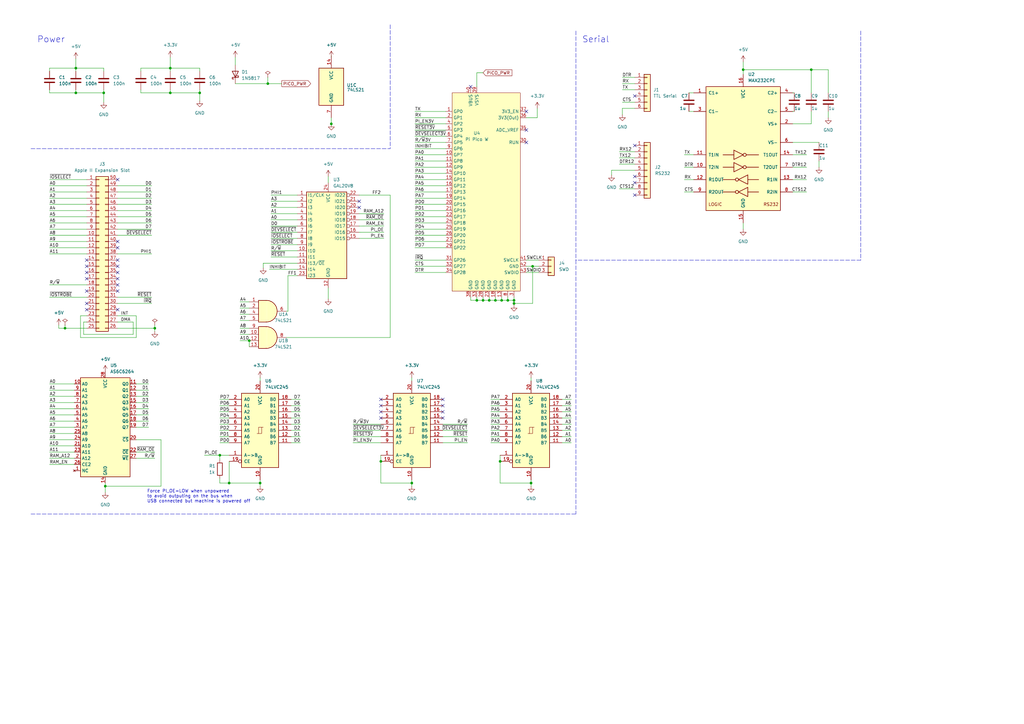
<source format=kicad_sch>
(kicad_sch (version 20211123) (generator eeschema)
  (paper "A3")
  (title_block (title "Pie Crust W") (date "2022-11-16") (rev "1.2") (company "Yaroslav Veremenko"))
  (junction (at 69.85 27.94))
  (junction (at 31.115 38.1))
  (junction (at 332.74 28.575))
  (junction (at 200.66 123.19))
  (junction (at 31.115 27.94))
  (junction (at 135.89 50.8))
  (junction (at 63.5 134.62))
  (junction (at 205.74 123.19))
  (junction (at 168.91 198.12))
  (junction (at 90.17 186.69))
  (junction (at 210.82 124.46))
  (junction (at 195.58 123.19))
  (junction (at 218.44 109.22))
  (junction (at 156.21 189.23))
  (junction (at 109.855 34.29))
  (junction (at 26.67 134.62))
  (junction (at 43.18 199.39))
  (junction (at 106.68 198.12))
  (junction (at 203.2 123.19))
  (junction (at 198.12 123.19))
  (junction (at 93.98 198.12))
  (junction (at 81.915 38.1))
  (junction (at 210.82 123.19))
  (junction (at 42.545 38.1))
  (junction (at 217.805 198.12))
  (junction (at 304.8 28.575))
  (junction (at 208.28 123.19))
  (junction (at 205.105 189.23))
  (junction (at 102.235 139.7))
  (junction (at 69.85 38.1))
  (no_connect (at 215.9 45.72))
  (no_connect (at 215.9 53.34))
  (no_connect (at 215.9 58.42))
  (no_connect (at 181.61 166.37))
  (no_connect (at 181.61 168.91))
  (no_connect (at 181.61 171.45))
  (no_connect (at 260.35 59.69))
  (no_connect (at 260.35 72.39))
  (no_connect (at 260.35 80.01))
  (no_connect (at 260.35 74.93))
  (no_connect (at 147.3385 82.5688))
  (no_connect (at 147.3385 85.1088))
  (no_connect (at 260.35 39.37))
  (no_connect (at 193.04 35.56))
  (no_connect (at 48.26 73.66))
  (no_connect (at 48.26 127))
  (no_connect (at 35.56 119.38))
  (no_connect (at 35.56 124.46))
  (no_connect (at 35.56 127))
  (no_connect (at 35.56 106.68))
  (no_connect (at 35.56 109.22))
  (no_connect (at 35.56 114.3))
  (no_connect (at 35.56 111.76))
  (no_connect (at 48.26 99.06))
  (no_connect (at 48.26 111.76))
  (no_connect (at 48.26 109.22))
  (no_connect (at 48.26 106.68))
  (no_connect (at 48.26 101.6))
  (no_connect (at 48.26 116.84))
  (no_connect (at 48.26 119.38))
  (no_connect (at 48.26 114.3))
  (no_connect (at 181.61 163.83))
  (no_connect (at 156.21 163.83))
  (no_connect (at 156.21 166.37))
  (no_connect (at 156.21 171.45))
  (no_connect (at 156.21 168.91))
  (wire (pts (xy 111.125 105.41) (xy 121.92 105.41)))
  (wire (pts (xy 63.5 133.35) (xy 63.5 134.62)))
  (wire (pts (xy 111.125 87.63) (xy 121.92 87.63)))
  (wire (pts (xy 42.545 38.1) (xy 42.545 36.83)))
  (wire (pts (xy 255.27 41.91) (xy 260.35 41.91)))
  (wire (pts (xy 170.18 83.82) (xy 182.88 83.82)))
  (wire (pts (xy 255.27 31.75) (xy 260.35 31.75)))
  (wire (pts (xy 69.85 38.1) (xy 81.915 38.1)))
  (wire (pts (xy 147.32 95.25) (xy 157.4615 95.2312)))
  (wire (pts (xy 332.74 28.575) (xy 339.725 28.575)))
  (wire (pts (xy 280.67 78.74) (xy 284.48 78.74)))
  (wire (pts (xy 254 77.47) (xy 260.35 77.47)))
  (wire (pts (xy 48.26 93.98) (xy 62.23 93.98)))
  (wire (pts (xy 106.68 154.94) (xy 106.68 156.21)))
  (wire (pts (xy 170.18 99.06) (xy 182.88 99.06)))
  (wire (pts (xy 210.82 124.46) (xy 218.44 124.46)))
  (wire (pts (xy 20.32 116.84) (xy 35.56 116.84)))
  (wire (pts (xy 205.74 121.92) (xy 205.74 123.19)))
  (wire (pts (xy 20.32 99.06) (xy 35.56 99.06)))
  (wire (pts (xy 111.125 102.87) (xy 121.92 102.87)))
  (wire (pts (xy 102.235 139.7) (xy 102.235 142.24)))
  (wire (pts (xy 90.17 166.37) (xy 93.98 166.37)))
  (wire (pts (xy 57.785 27.94) (xy 57.785 29.21)))
  (wire (pts (xy 48.26 104.14) (xy 62.23 104.14)))
  (wire (pts (xy 20.32 73.66) (xy 35.56 73.66)))
  (wire (pts (xy 48.26 124.46) (xy 62.23 124.46)))
  (wire (pts (xy 109.855 34.29) (xy 115.57 34.29)))
  (wire (pts (xy 220.345 48.26) (xy 220.345 44.45)))
  (wire (pts (xy 208.28 121.92) (xy 208.28 123.19)))
  (wire (pts (xy 48.26 86.36) (xy 62.23 86.36)))
  (wire (pts (xy 90.17 168.91) (xy 93.98 168.91)))
  (wire (pts (xy 31.115 38.1) (xy 42.545 38.1)))
  (wire (pts (xy 134.6015 72.3712) (xy 134.62 74.93)))
  (wire (pts (xy 57.785 38.1) (xy 69.85 38.1)))
  (wire (pts (xy 20.32 27.94) (xy 31.115 27.94)))
  (wire (pts (xy 63.5 135.89) (xy 63.5 134.62)))
  (wire (pts (xy 280.67 63.5) (xy 284.48 63.5)))
  (wire (pts (xy 111.125 95.25) (xy 121.92 95.25)))
  (polyline (pts (xy 12.7 60.96) (xy 160.02 60.96)))
  (wire (pts (xy 339.725 28.575) (xy 339.725 38.1)))
  (wire (pts (xy 147.3385 85.1088) (xy 147.32 85.09)))
  (wire (pts (xy 66.04 199.39) (xy 43.18 199.39)))
  (wire (pts (xy 57.785 38.1) (xy 57.785 36.83)))
  (wire (pts (xy 170.18 50.8) (xy 182.88 50.8)))
  (wire (pts (xy 35.56 132.08) (xy 34.29 132.08)))
  (wire (pts (xy 55.88 187.96) (xy 63.5 187.96)))
  (wire (pts (xy 20.32 172.72) (xy 30.48 172.72)))
  (wire (pts (xy 147.3385 82.5688) (xy 147.32 82.55)))
  (wire (pts (xy 205.105 189.23) (xy 205.105 198.12)))
  (wire (pts (xy 20.32 160.02) (xy 30.48 160.02)))
  (wire (pts (xy 48.26 88.9) (xy 62.23 88.9)))
  (wire (pts (xy 218.44 109.22) (xy 220.98 109.22)))
  (wire (pts (xy 20.32 91.44) (xy 35.56 91.44)))
  (wire (pts (xy 304.8 25.4) (xy 304.8 28.575)))
  (wire (pts (xy 34.29 137.16) (xy 54.61 137.16)))
  (wire (pts (xy 144.78 173.99) (xy 156.21 173.99)))
  (wire (pts (xy 203.2 123.19) (xy 205.74 123.19)))
  (wire (pts (xy 96.52 23.495) (xy 96.52 26.67)))
  (wire (pts (xy 210.82 123.19) (xy 210.82 124.46)))
  (wire (pts (xy 111.125 85.09) (xy 121.92 85.09)))
  (wire (pts (xy 26.67 134.62) (xy 35.56 134.62)))
  (polyline (pts (xy 160.02 10.16) (xy 160.02 60.96)))
  (wire (pts (xy 43.18 199.39) (xy 43.18 201.93)))
  (wire (pts (xy 26.67 133.35) (xy 26.67 134.62)))
  (wire (pts (xy 121.92 113.03) (xy 118.11 113.03)))
  (wire (pts (xy 230.505 168.91) (xy 234.315 168.91)))
  (wire (pts (xy 254 67.31) (xy 260.35 67.31)))
  (wire (pts (xy 20.32 81.28) (xy 35.56 81.28)))
  (wire (pts (xy 20.32 38.1) (xy 20.32 36.83)))
  (wire (pts (xy 90.17 198.12) (xy 93.98 198.12)))
  (wire (pts (xy 332.74 28.575) (xy 332.74 38.1)))
  (wire (pts (xy 230.505 179.07) (xy 234.315 179.07)))
  (wire (pts (xy 98.425 137.16) (xy 102.235 137.16)))
  (wire (pts (xy 20.32 157.48) (xy 30.48 157.48)))
  (wire (pts (xy 208.28 123.19) (xy 210.82 123.19)))
  (wire (pts (xy 255.27 44.45) (xy 255.27 46.99)))
  (wire (pts (xy 33.02 138.43) (xy 33.02 129.54)))
  (wire (pts (xy 215.9 111.76) (xy 220.98 111.76)))
  (wire (pts (xy 134.62 118.11) (xy 134.62 122.555)))
  (wire (pts (xy 81.915 41.275) (xy 81.915 38.1)))
  (wire (pts (xy 20.32 76.2) (xy 35.56 76.2)))
  (wire (pts (xy 119.38 168.91) (xy 123.19 168.91)))
  (wire (pts (xy 98.425 123.825) (xy 102.235 123.825)))
  (wire (pts (xy 20.32 27.94) (xy 20.32 29.21)))
  (wire (pts (xy 90.17 196.215) (xy 90.17 198.12)))
  (wire (pts (xy 170.18 106.68) (xy 182.88 106.68)))
  (wire (pts (xy 98.425 128.905) (xy 102.235 128.905)))
  (wire (pts (xy 144.78 181.61) (xy 156.21 181.61)))
  (wire (pts (xy 55.88 185.42) (xy 63.5 185.42)))
  (wire (pts (xy 217.805 154.94) (xy 217.805 156.21)))
  (wire (pts (xy 215.9 48.26) (xy 220.345 48.26)))
  (wire (pts (xy 20.32 165.1) (xy 30.48 165.1)))
  (wire (pts (xy 280.67 68.58) (xy 284.48 68.58)))
  (wire (pts (xy 83.82 186.69) (xy 90.17 186.69)))
  (wire (pts (xy 33.02 129.54) (xy 35.56 129.54)))
  (wire (pts (xy 48.26 132.08) (xy 54.61 132.08)))
  (wire (pts (xy 55.88 172.72) (xy 60.96 172.72)))
  (wire (pts (xy 170.18 88.9) (xy 182.88 88.9)))
  (wire (pts (xy 201.295 179.07) (xy 205.105 179.07)))
  (wire (pts (xy 144.78 176.53) (xy 156.21 176.53)))
  (wire (pts (xy 48.26 78.74) (xy 62.23 78.74)))
  (wire (pts (xy 20.32 185.42) (xy 30.48 185.42)))
  (polyline (pts (xy 353.06 12.7) (xy 353.06 106.68)))
  (wire (pts (xy 325.12 63.5) (xy 330.835 63.5)))
  (wire (pts (xy 170.18 53.34) (xy 182.88 53.34)))
  (wire (pts (xy 170.18 48.26) (xy 182.88 48.26)))
  (wire (pts (xy 156.21 186.69) (xy 156.21 189.23)))
  (wire (pts (xy 170.18 96.52) (xy 182.88 96.52)))
  (wire (pts (xy 31.115 24.13) (xy 31.115 27.94)))
  (wire (pts (xy 111.125 80.01) (xy 121.92 80.01)))
  (wire (pts (xy 198.12 121.92) (xy 198.12 123.19)))
  (wire (pts (xy 325.12 73.66) (xy 330.835 73.66)))
  (wire (pts (xy 119.38 176.53) (xy 123.19 176.53)))
  (polyline (pts (xy 353.06 106.68) (xy 236.22 106.68)))
  (wire (pts (xy 48.26 96.52) (xy 62.23 96.52)))
  (wire (pts (xy 20.32 180.34) (xy 30.48 180.34)))
  (wire (pts (xy 69.85 27.94) (xy 81.915 27.94)))
  (wire (pts (xy 200.66 123.19) (xy 203.2 123.19)))
  (wire (pts (xy 93.98 189.23) (xy 93.98 198.12)))
  (wire (pts (xy 201.295 176.53) (xy 205.105 176.53)))
  (wire (pts (xy 55.88 175.26) (xy 60.96 175.26)))
  (wire (pts (xy 325.12 50.8) (xy 332.74 50.8)))
  (wire (pts (xy 147.32 97.79) (xy 157.4615 97.7712)))
  (wire (pts (xy 42.545 27.94) (xy 42.545 29.21)))
  (wire (pts (xy 181.61 179.07) (xy 191.77 179.07)))
  (wire (pts (xy 20.32 38.1) (xy 31.115 38.1)))
  (wire (pts (xy 69.85 23.495) (xy 69.85 27.94)))
  (wire (pts (xy 147.32 80.01) (xy 160.02 80.01)))
  (wire (pts (xy 260.35 69.85) (xy 250.825 69.85)))
  (wire (pts (xy 48.26 83.82) (xy 62.23 83.82)))
  (wire (pts (xy 20.32 175.26) (xy 30.48 175.26)))
  (wire (pts (xy 325.755 45.72) (xy 325.12 45.72)))
  (wire (pts (xy 81.915 38.1) (xy 81.915 36.83)))
  (wire (pts (xy 215.9 109.22) (xy 218.44 109.22)))
  (wire (pts (xy 230.505 163.83) (xy 234.315 163.83)))
  (wire (pts (xy 325.12 58.42) (xy 335.915 58.42)))
  (wire (pts (xy 230.505 171.45) (xy 234.315 171.45)))
  (wire (pts (xy 170.18 91.44) (xy 182.88 91.44)))
  (wire (pts (xy 20.32 96.52) (xy 35.56 96.52)))
  (wire (pts (xy 201.295 181.61) (xy 205.105 181.61)))
  (polyline (pts (xy 236.22 12.7) (xy 236.22 106.68)))
  (wire (pts (xy 55.88 162.56) (xy 60.96 162.56)))
  (wire (pts (xy 170.18 76.2) (xy 182.88 76.2)))
  (wire (pts (xy 106.68 198.12) (xy 106.68 196.85)))
  (wire (pts (xy 255.27 44.45) (xy 260.35 44.45)))
  (wire (pts (xy 55.88 180.34) (xy 66.04 180.34)))
  (wire (pts (xy 111.125 97.79) (xy 121.92 97.79)))
  (wire (pts (xy 110.49 110.49) (xy 121.92 110.49)))
  (wire (pts (xy 280.67 73.66) (xy 284.48 73.66)))
  (wire (pts (xy 20.32 104.14) (xy 35.56 104.14)))
  (wire (pts (xy 325.755 38.1) (xy 325.12 38.1)))
  (wire (pts (xy 210.82 123.19) (xy 210.82 121.92)))
  (wire (pts (xy 230.505 173.99) (xy 234.315 173.99)))
  (wire (pts (xy 20.32 170.18) (xy 30.48 170.18)))
  (wire (pts (xy 181.61 173.99) (xy 191.77 173.99)))
  (wire (pts (xy 69.85 27.94) (xy 69.85 29.21)))
  (wire (pts (xy 20.32 190.5) (xy 30.48 190.5)))
  (wire (pts (xy 147.32 92.71) (xy 157.4615 92.6912)))
  (wire (pts (xy 201.295 168.91) (xy 205.105 168.91)))
  (wire (pts (xy 195.58 29.845) (xy 195.58 35.56)))
  (wire (pts (xy 135.89 50.8) (xy 135.89 51.435)))
  (wire (pts (xy 282.575 45.72) (xy 284.48 45.72)))
  (wire (pts (xy 34.29 132.08) (xy 34.29 137.16)))
  (wire (pts (xy 20.32 177.8) (xy 30.48 177.8)))
  (polyline (pts (xy 12.7 210.82) (xy 236.22 210.82)))
  (wire (pts (xy 90.17 163.83) (xy 93.98 163.83)))
  (wire (pts (xy 48.26 81.28) (xy 62.23 81.28)))
  (wire (pts (xy 168.91 154.94) (xy 168.91 156.21)))
  (wire (pts (xy 31.115 27.94) (xy 31.115 29.21)))
  (wire (pts (xy 335.915 66.04) (xy 335.915 68.58)))
  (wire (pts (xy 254 62.23) (xy 260.35 62.23)))
  (wire (pts (xy 181.61 176.53) (xy 191.77 176.53)))
  (wire (pts (xy 119.38 179.07) (xy 123.19 179.07)))
  (wire (pts (xy 147.32 87.63) (xy 157.4615 87.6112)))
  (wire (pts (xy 170.18 81.28) (xy 182.88 81.28)))
  (wire (pts (xy 195.58 123.19) (xy 198.12 123.19)))
  (wire (pts (xy 24.13 133.35) (xy 24.13 134.62)))
  (wire (pts (xy 215.9 106.68) (xy 220.98 106.68)))
  (wire (pts (xy 24.13 134.62) (xy 26.67 134.62)))
  (wire (pts (xy 90.17 173.99) (xy 93.98 173.99)))
  (wire (pts (xy 282.575 38.1) (xy 284.48 38.1)))
  (wire (pts (xy 119.38 173.99) (xy 123.19 173.99)))
  (wire (pts (xy 48.26 91.44) (xy 62.23 91.44)))
  (wire (pts (xy 255.27 34.29) (xy 260.35 34.29)))
  (wire (pts (xy 205.74 123.19) (xy 208.28 123.19)))
  (wire (pts (xy 170.18 111.76) (xy 182.88 111.76)))
  (wire (pts (xy 198.12 123.19) (xy 200.66 123.19)))
  (wire (pts (xy 217.805 199.39) (xy 217.805 198.12)))
  (wire (pts (xy 57.785 27.94) (xy 69.85 27.94)))
  (wire (pts (xy 218.44 124.46) (xy 218.44 109.22)))
  (wire (pts (xy 230.505 176.53) (xy 234.315 176.53)))
  (wire (pts (xy 201.295 166.37) (xy 205.105 166.37)))
  (wire (pts (xy 170.18 63.5) (xy 182.88 63.5)))
  (wire (pts (xy 20.32 83.82) (xy 35.56 83.82)))
  (wire (pts (xy 55.88 138.43) (xy 33.02 138.43)))
  (wire (pts (xy 119.38 163.83) (xy 123.19 163.83)))
  (wire (pts (xy 55.88 165.1) (xy 60.96 165.1)))
  (wire (pts (xy 168.91 198.12) (xy 168.91 199.39)))
  (wire (pts (xy 54.61 137.16) (xy 54.61 132.08)))
  (wire (pts (xy 144.78 179.07) (xy 156.21 179.07)))
  (wire (pts (xy 230.505 181.61) (xy 234.315 181.61)))
  (wire (pts (xy 119.38 171.45) (xy 123.19 171.45)))
  (wire (pts (xy 93.98 198.12) (xy 106.68 198.12)))
  (wire (pts (xy 200.66 121.92) (xy 200.66 123.19)))
  (wire (pts (xy 20.32 86.36) (xy 35.56 86.36)))
  (wire (pts (xy 119.38 166.37) (xy 123.19 166.37)))
  (wire (pts (xy 111.125 92.71) (xy 121.92 92.71)))
  (wire (pts (xy 55.88 167.64) (xy 60.96 167.64)))
  (wire (pts (xy 156.21 189.23) (xy 156.21 198.12)))
  (wire (pts (xy 98.425 139.7) (xy 102.235 139.7)))
  (wire (pts (xy 156.21 198.12) (xy 168.91 198.12)))
  (wire (pts (xy 90.17 179.07) (xy 93.98 179.07)))
  (wire (pts (xy 255.27 36.83) (xy 260.35 36.83)))
  (wire (pts (xy 170.18 45.72) (xy 182.88 45.72)))
  (wire (pts (xy 325.12 78.74) (xy 330.835 78.74)))
  (wire (pts (xy 111.125 82.55) (xy 121.92 82.55)))
  (wire (pts (xy 90.17 186.69) (xy 93.98 186.69)))
  (wire (pts (xy 170.18 73.66) (xy 182.88 73.66)))
  (wire (pts (xy 81.915 27.94) (xy 81.915 29.21)))
  (wire (pts (xy 170.18 93.98) (xy 182.88 93.98)))
  (wire (pts (xy 98.425 134.62) (xy 102.235 134.62)))
  (wire (pts (xy 118.11 113.03) (xy 118.11 127.635)))
  (wire (pts (xy 168.91 198.12) (xy 168.91 196.85)))
  (wire (pts (xy 205.105 198.12) (xy 217.805 198.12)))
  (wire (pts (xy 55.88 129.54) (xy 55.88 138.43)))
  (wire (pts (xy 48.26 121.92) (xy 62.23 121.92)))
  (wire (pts (xy 55.88 170.18) (xy 60.96 170.18)))
  (wire (pts (xy 170.18 78.74) (xy 182.88 78.74)))
  (wire (pts (xy 48.26 76.2) (xy 62.23 76.2)))
  (wire (pts (xy 119.38 181.61) (xy 123.19 181.61)))
  (wire (pts (xy 20.32 88.9) (xy 35.56 88.9)))
  (wire (pts (xy 135.89 48.26) (xy 135.89 50.8)))
  (wire (pts (xy 201.295 171.45) (xy 205.105 171.45)))
  (wire (pts (xy 90.17 181.61) (xy 93.98 181.61)))
  (wire (pts (xy 31.115 38.1) (xy 31.115 36.83)))
  (wire (pts (xy 170.18 109.22) (xy 182.88 109.22)))
  (wire (pts (xy 230.505 166.37) (xy 234.315 166.37)))
  (wire (pts (xy 160.02 138.43) (xy 117.475 138.43)))
  (wire (pts (xy 63.5 134.62) (xy 48.26 134.62)))
  (wire (pts (xy 160.02 80.01) (xy 160.02 138.43)))
  (wire (pts (xy 195.58 121.92) (xy 195.58 123.19)))
  (wire (pts (xy 201.295 163.83) (xy 205.105 163.83)))
  (wire (pts (xy 325.12 68.58) (xy 330.835 68.58)))
  (wire (pts (xy 170.18 71.12) (xy 182.88 71.12)))
  (wire (pts (xy 304.8 28.575) (xy 304.8 30.48)))
  (wire (pts (xy 304.8 91.44) (xy 304.8 93.98)))
  (wire (pts (xy 31.115 27.94) (xy 42.545 27.94)))
  (wire (pts (xy 193.04 121.92) (xy 193.04 123.19)))
  (wire (pts (xy 109.855 34.29) (xy 96.52 34.29)))
  (wire (pts (xy 117.475 127.635) (xy 118.11 127.635)))
  (wire (pts (xy 90.17 186.69) (xy 90.17 188.595)))
  (wire (pts (xy 20.32 93.98) (xy 35.56 93.98)))
  (wire (pts (xy 42.545 38.1) (xy 42.545 41.91)))
  (wire (pts (xy 90.17 176.53) (xy 93.98 176.53)))
  (wire (pts (xy 109.855 31.75) (xy 109.855 34.29)))
  (wire (pts (xy 107.95 107.95) (xy 107.95 109.855)))
  (wire (pts (xy 55.88 160.02) (xy 60.96 160.02)))
  (wire (pts (xy 48.26 129.54) (xy 55.88 129.54)))
  (wire (pts (xy 193.04 123.19) (xy 195.58 123.19)))
  (wire (pts (xy 217.805 198.12) (xy 217.805 196.85)))
  (wire (pts (xy 170.18 101.6) (xy 182.88 101.6)))
  (polyline (pts (xy 231.14 106.68) (xy 231.14 106.68)))
  (wire (pts (xy 20.32 167.64) (xy 30.48 167.64)))
  (wire (pts (xy 170.18 68.58) (xy 182.88 68.58)))
  (wire (pts (xy 170.18 66.04) (xy 182.88 66.04)))
  (wire (pts (xy 170.18 86.36) (xy 182.88 86.36)))
  (wire (pts (xy 332.74 28.575) (xy 304.8 28.575)))
  (wire (pts (xy 111.125 90.17) (xy 121.92 90.17)))
  (wire (pts (xy 98.425 131.445) (xy 102.235 131.445)))
  (wire (pts (xy 147.32 90.17) (xy 157.4615 90.1512)))
  (wire (pts (xy 20.32 182.88) (xy 30.48 182.88)))
  (wire (pts (xy 170.18 55.88) (xy 182.88 55.88)))
  (wire (pts (xy 170.18 60.96) (xy 182.88 60.96)))
  (wire (pts (xy 20.32 78.74) (xy 35.56 78.74)))
  (wire (pts (xy 254 64.77) (xy 260.35 64.77)))
  (wire (pts (xy 20.32 162.56) (xy 30.48 162.56)))
  (wire (pts (xy 210.82 125.095) (xy 210.82 124.46)))
  (wire (pts (xy 135.89 23.495) (xy 135.89 22.86)))
  (wire (pts (xy 250.825 69.85) (xy 250.825 71.755)))
  (wire (pts (xy 55.88 157.48) (xy 60.96 157.48)))
  (wire (pts (xy 20.32 187.96) (xy 30.48 187.96)))
  (wire (pts (xy 106.68 198.12) (xy 106.68 199.39)))
  (wire (pts (xy 90.17 171.45) (xy 93.98 171.45)))
  (wire (pts (xy 170.18 58.42) (xy 182.88 58.42)))
  (wire (pts (xy 198.12 29.845) (xy 195.58 29.845)))
  (wire (pts (xy 201.295 173.99) (xy 205.105 173.99)))
  (polyline (pts (xy 236.22 106.68) (xy 236.22 210.82)))
  (wire (pts (xy 205.105 186.69) (xy 205.105 189.23)))
  (wire (pts (xy 20.32 121.92) (xy 35.56 121.92)))
  (wire (pts (xy 69.85 38.1) (xy 69.85 36.83)))
  (wire (pts (xy 98.425 126.365) (xy 102.235 126.365)))
  (wire (pts (xy 43.18 198.12) (xy 43.18 199.39)))
  (wire (pts (xy 339.725 45.72) (xy 339.725 48.26)))
  (wire (pts (xy 332.74 50.8) (xy 332.74 45.72)))
  (wire (pts (xy 20.32 101.6) (xy 35.56 101.6)))
  (wire (pts (xy 121.92 107.95) (xy 107.95 107.95)))
  (wire (pts (xy 181.61 181.61) (xy 191.77 181.61)))
  (wire (pts (xy 66.04 180.34) (xy 66.04 199.39)))
  (wire (pts (xy 203.2 121.92) (xy 203.2 123.19)))
  (wire (pts (xy 111.125 100.33) (xy 121.92 100.33)))
  (text "Power" (at 15.24 17.78 0) (effects (font (size 2.54 2.54)) (justify left bottom)))
  (text "Force PI_OE=LOW when unpowered\nto avoid outputing on the bus when\nUSB connected but machine is powered off" (at 60.325 206.375 0) (effects (font (size 1.27 1.27)) (justify left bottom)))
  (text "Serial\n" (at 238.76 17.78 0) (effects (font (size 2.54 2.54)) (justify left bottom)))
  (label "~{IRQ}" (at 170.18 106.68 0))
  (label "PD7" (at 170.18 101.6 0))
  (label "A9" (at 20.32 99.06 0))
  (label "PD1" (at 170.18 86.36 0))
  (label "FF1" (at 118.11 113.03 0))
  (label "D5" (at 62.23 88.9 180))
  (label "PI_OE" (at 83.82 186.69 0))
  (label "PA2" (at 170.18 68.58 0))
  (label "A7" (at 20.32 93.98 0))
  (label "CTS" (at 280.67 78.74 0))
  (label "D4" (at 60.96 167.64 180))
  (label "A8" (at 20.32 96.52 0))
  (label "A8" (at 20.32 177.8 0))
  (label "A0" (at 234.315 181.61 180))
  (label "RX12" (at 254 62.23 0))
  (label "CTS12" (at 254 77.47 0))
  (label "CTS" (at 255.27 41.91 0))
  (label "A5" (at 98.425 126.365 0))
  (label "PD2" (at 170.18 88.9 0))
  (label "A3" (at 234.315 173.99 180))
  (label "RX" (at 255.27 34.29 0))
  (label "PA7" (at 170.18 81.28 0))
  (label "D3" (at 123.19 173.99 180))
  (label "D7" (at 60.96 175.26 180))
  (label "A11" (at 20.32 185.42 0))
  (label "TX" (at 170.18 45.72 0))
  (label "PD1" (at 90.17 179.07 0))
  (label "PA4" (at 170.18 73.66 0))
  (label "PHI1" (at 62.23 104.14 180))
  (label "TX" (at 280.67 63.5 0))
  (label "PD6" (at 170.18 99.06 0))
  (label "PA0" (at 170.18 63.5 0))
  (label "PA4" (at 201.295 171.45 0))
  (label "~{RESET3V}" (at 144.78 179.07 0))
  (label "RX12" (at 330.835 73.66 180))
  (label "~{RAM_OE}" (at 157.4615 90.1512 180))
  (label "~{DEVSELECT}" (at 111.125 95.25 0))
  (label "PD3" (at 90.17 173.99 0))
  (label "A7" (at 234.315 163.83 180))
  (label "D2" (at 123.19 176.53 180))
  (label "DMA" (at 49.53 132.08 0))
  (label "~{DEVSELECT}" (at 191.77 176.53 180))
  (label "DTR12" (at 330.835 68.58 180))
  (label "PA6" (at 170.18 78.74 0))
  (label "R{slash}~{W}" (at 191.77 173.99 180))
  (label "PD0" (at 170.18 83.82 0))
  (label "A0" (at 111.125 90.17 0))
  (label "A1" (at 111.125 87.63 0))
  (label "A10" (at 20.32 182.88 0))
  (label "~{RESET}" (at 191.77 179.07 180))
  (label "D7" (at 62.23 93.98 180))
  (label "PA3" (at 201.295 173.99 0))
  (label "~{IOSTROBE}" (at 111.125 100.33 0))
  (label "A6" (at 20.32 172.72 0))
  (label "A7" (at 20.32 175.26 0))
  (label "D5" (at 123.19 168.91 180))
  (label "~{DEVSELECT}" (at 62.23 96.52 180))
  (label "CTS" (at 170.18 109.22 0))
  (label "DTR" (at 255.27 31.75 0))
  (label "PD4" (at 170.18 93.98 0))
  (label "A4" (at 234.315 171.45 180))
  (label "PI_EN" (at 157.4615 97.7712 180))
  (label "A2" (at 20.32 81.28 0))
  (label "A9" (at 98.425 137.16 0))
  (label "A10" (at 20.32 101.6 0))
  (label "D2" (at 62.23 81.28 180))
  (label "A4" (at 20.32 86.36 0))
  (label "PA5" (at 170.18 76.2 0))
  (label "A3" (at 20.32 165.1 0))
  (label "PI_EN" (at 191.77 181.61 180))
  (label "FF2" (at 156.21 80.01 180))
  (label "A1" (at 234.315 179.07 180))
  (label "A6" (at 234.315 166.37 180))
  (label "D1" (at 62.23 78.74 180))
  (label "D2" (at 60.96 162.56 180))
  (label "RX" (at 170.18 48.26 0))
  (label "TX12" (at 254 64.77 0))
  (label "A10" (at 98.425 139.7 0))
  (label "D7" (at 123.19 163.83 180))
  (label "RX" (at 280.67 73.66 0))
  (label "~{IOSTROBE}" (at 20.32 121.92 0))
  (label "A2" (at 234.315 176.53 180))
  (label "~{RESET3V}" (at 170.18 53.34 0))
  (label "D0" (at 62.23 76.2 180))
  (label "~{DEVSELECT3V}" (at 170.18 55.88 0))
  (label "D6" (at 123.19 166.37 180))
  (label "D4" (at 123.19 171.45 180))
  (label "D0" (at 111.125 92.71 0))
  (label "TX12" (at 330.835 63.5 180))
  (label "D3" (at 62.23 83.82 180))
  (label "CTS12" (at 330.835 78.74 180))
  (label "PD2" (at 90.17 176.53 0))
  (label "D4" (at 62.23 86.36 180))
  (label "~{IOSELECT}" (at 20.32 73.66 0))
  (label "A7" (at 98.425 131.445 0))
  (label "PA3" (at 170.18 71.12 0))
  (label "PD5" (at 170.18 96.52 0))
  (label "PHI1" (at 111.125 80.01 0))
  (label "PA1" (at 170.18 66.04 0))
  (label "INT" (at 49.53 129.54 0))
  (label "D3" (at 60.96 165.1 180))
  (label "R{slash}~{W}3V" (at 170.18 58.42 0))
  (label "A3" (at 20.32 83.82 0))
  (label "D0" (at 60.96 157.48 180))
  (label "PI_EN3V" (at 144.78 181.61 0))
  (label "PD3" (at 170.18 91.44 0))
  (label "DTR12" (at 254 67.31 0))
  (label "A2" (at 20.32 162.56 0))
  (label "PD7" (at 90.17 163.83 0))
  (label "PI_EN3V" (at 170.18 50.8 0))
  (label "INHIBIT" (at 170.18 60.96 0))
  (label "DTR" (at 170.18 111.76 0))
  (label "A1" (at 20.32 78.74 0))
  (label "PA1" (at 201.295 179.07 0))
  (label "A11" (at 20.32 104.14 0))
  (label "PA2" (at 201.295 176.53 0))
  (label "D6" (at 60.96 172.72 180))
  (label "A6" (at 20.32 91.44 0))
  (label "A0" (at 20.32 157.48 0))
  (label "R{slash}~{W}" (at 63.5 187.96 180))
  (label "PI_OE" (at 157.4615 95.2312 180))
  (label "A0" (at 20.32 76.2 0))
  (label "TX" (at 255.27 36.83 0))
  (label "PA0" (at 201.295 181.61 0))
  (label "PD5" (at 90.17 168.91 0))
  (label "PA6" (at 201.295 166.37 0))
  (label "PD6" (at 90.17 166.37 0))
  (label "PA7" (at 201.295 163.83 0))
  (label "~{RAM_OE}" (at 63.5 185.42 180))
  (label "DTR" (at 280.67 68.58 0))
  (label "A5" (at 234.315 168.91 180))
  (label "A1" (at 20.32 160.02 0))
  (label "D1" (at 60.96 160.02 180))
  (label "D6" (at 62.23 91.44 180))
  (label "~{RESET}" (at 111.125 105.41 0))
  (label "INHIBIT" (at 110.49 110.49 0))
  (label "R{slash}~{W}" (at 111.125 102.87 0))
  (label "D1" (at 123.19 179.07 180))
  (label "A5" (at 20.32 170.18 0))
  (label "RAM_A12" (at 20.32 187.96 0))
  (label "RAM_EN" (at 20.32 190.5 0))
  (label "SWDIO" (at 215.9 111.76 0))
  (label "A9" (at 20.32 180.34 0))
  (label "D5" (at 60.96 170.18 180))
  (label "A3" (at 111.125 82.55 0))
  (label "RAM_A12" (at 157.4615 87.6112 180))
  (label "R{slash}~{W}3V" (at 144.78 173.99 0))
  (label "~{IOSELECT}" (at 111.125 97.79 0))
  (label "A2" (at 111.125 85.09 0))
  (label "~{RESET}" (at 62.23 121.92 180))
  (label "RAM_EN" (at 157.4615 92.6912 180))
  (label "~{IRQ}" (at 62.23 124.46 180))
  (label "A4" (at 98.425 123.825 0))
  (label "A4" (at 20.32 167.64 0))
  (label "PA5" (at 201.295 168.91 0))
  (label "R{slash}~{W}" (at 20.32 116.84 0))
  (label "A6" (at 98.425 128.905 0))
  (label "~{DEVSELECT3V}" (at 144.78 176.53 0))
  (label "PD0" (at 90.17 181.61 0))
  (label "PD4" (at 90.17 171.45 0))
  (label "D0" (at 123.19 181.61 180))
  (label "A5" (at 20.32 88.9 0))
  (label "A8" (at 98.425 134.62 0))
  (label "SWCLK" (at 215.9 106.68 0))
  (global_label "PICO_PWR" (shape output) (at 115.57 34.29 0) (property "Intersheet References" "${INTERSHEET_REFS}" (effects hide)))
  (global_label "PICO_PWR" (shape input) (at 198.12 29.845 0) (property "Intersheet References" "${INTERSHEET_REFS}" (effects hide)))
  (symbol (lib_id "power:+3.3V") (at 69.85 23.495 0) (unit 1)
    (property "Reference" "#PWR01" (effects hide))
    (property "Value" "+3.3V" (at 69.85 18.415 0))
  )
  (symbol (lib_id "Connector_Generic:Conn_01x09") (at 265.43 69.85 0) (unit 1)
    (property "Reference" "J2" (at 268.605 68.5799 0) (effects (justify left)))
    (property "Value" "RS232" (at 268.605 71.1199 0) (effects (justify left)))
    (property "Footprint" "yaros:PinHeader_2x05_RS232" (effects hide))
  )
  (symbol (lib_id "power:GND") (at 42.545 41.91 0) (unit 1)
    (property "Reference" "#PWR07" (effects hide))
    (property "Value" "GND" (at 42.545 46.99 0))
  )
  (symbol (lib_id "74xx:74LS21") (at 135.89 35.56 0) (unit 3)
    (property "Reference" "U1" (at 142.24 34.9249 0) (effects (justify left)))
    (property "Value" "74LS21" (at 142.24 36.8299 0) (effects (justify left)))
    (property "Footprint" "Package_DIP:DIP-14_W7.62mm_Socket" (effects hide))
    (property "Datasheet" "http://www.ti.com/lit/gpn/sn74LS21" (effects hide))
  )
  (symbol (lib_id "power:+5V") (at 135.89 23.495 0) (unit 1)
    (property "Reference" "#PWR03" (effects hide))
    (property "Value" "+5V" (at 135.89 18.415 0))
  )
  (symbol (lib_id "Connector_Generic:Conn_02x25_Counter_Clockwise") (at 40.64 104.14 0) (unit 1)
    (property "Reference" "J3" (at 41.91 67.31 0))
    (property "Value" "Apple II Expansion Slot" (at 41.91 69.85 0))
    (property "Footprint" "yaros:Apple II Expansion Edge Connector" (effects hide))
  )
  (symbol (lib_id "power:+5V") (at 304.8 25.4 0) (unit 1)
    (property "Reference" "#PWR05" (effects hide))
    (property "Value" "+5V" (at 304.8 20.32 0))
  )
  (symbol (lib_id "power:GND") (at 339.725 48.26 0) (unit 1)
    (property "Reference" "#PWR0101" (effects hide))
    (property "Value" "GND" (at 339.725 53.34 0))
  )
  (symbol (lib_id "74xx:74LS245") (at 217.805 176.53 0) (unit 1)
    (property "Reference" "U8" (at 219.8244 156.21 0) (effects (justify left)))
    (property "Value" "74LVC245" (at 219.8244 158.75 0) (effects (justify left)))
    (property "Footprint" "Package_DIP:DIP-20_W7.62mm_Socket" (effects hide))
    (property "Datasheet" "http://www.ti.com/lit/gpn/sn74LS245" (effects hide))
  )
  (symbol (lib_id "Device:C") (at 31.115 33.02 0) (unit 1)
    (property "Reference" "C2" (at 34.925 31.7499 0) (effects (justify left)))
    (property "Value" "100n" (at 34.925 34.2899 0) (effects (justify left)))
    (property "Footprint" "Capacitor_THT:C_Disc_D4.3mm_W1.9mm_P5.00mm" (effects hide))
  )
  (symbol (lib_id "Device:C") (at 42.545 33.02 0) (unit 1)
    (property "Reference" "C3" (at 46.355 31.7499 0) (effects (justify left)))
    (property "Value" "100n" (at 46.355 34.2899 0) (effects (justify left)))
    (property "Footprint" "Capacitor_THT:C_Disc_D4.3mm_W1.9mm_P5.00mm" (effects hide))
  )
  (symbol (lib_id "Device:C") (at 20.32 33.02 0) (unit 1)
    (property "Reference" "C1" (at 24.13 31.7499 0) (effects (justify left)))
    (property "Value" "100n" (at 24.13 34.2899 0) (effects (justify left)))
    (property "Footprint" "Capacitor_THT:C_Disc_D4.3mm_W1.9mm_P5.00mm" (effects hide))
  )
  (symbol (lib_id "power:+3.3V") (at 220.345 44.45 0) (unit 1)
    (property "Reference" "#PWR08" (effects hide))
    (property "Value" "+3.3V" (at 220.345 39.37 0))
  )
  (symbol (lib_id "power:PWR_FLAG") (at 26.67 133.35 0) (mirror y) (unit 1)
    (property "Reference" "#FLG02" (effects hide))
    (property "Value" "PWR_FLAG" (effects hide))
  )
  (symbol (lib_id "power:GND") (at 304.8 93.98 0) (unit 1)
    (property "Reference" "#PWR013" (effects hide))
    (property "Value" "GND" (at 304.8 99.06 0))
  )
  (symbol (lib_id "Diode:1N5817") (at 96.52 30.48 90) (unit 1)
    (property "Reference" "D1" (at 99.06 29.5274 90) (effects (justify right)))
    (property "Value" "1N5817" (at 99.06 32.0674 90) (effects (justify right)))
    (property "Footprint" "Diode_THT:D_DO-41_SOD81_P10.16mm_Horizontal" (effects hide))
    (property "Datasheet" "http://www.vishay.com/docs/88525/1n5817.pdf" (effects hide))
  )
  (symbol (lib_id "power:+5V") (at 134.6015 72.3712 0) (unit 1)
    (property "Reference" "#PWR011" (effects hide))
    (property "Value" "+5V" (at 134.6015 67.2912 0))
  )
  (symbol (lib_id "power:GND") (at 255.27 46.99 0) (unit 1)
    (property "Reference" "#PWR010" (effects hide))
    (property "Value" "GND" (at 255.27 52.07 0))
  )
  (symbol (lib_id "74xx:74LS245") (at 106.68 176.53 0) (unit 1)
    (property "Reference" "U6" (at 108.6994 156.21 0) (effects (justify left)))
    (property "Value" "74LVC245" (at 108.6994 158.75 0) (effects (justify left)))
    (property "Footprint" "Package_DIP:DIP-20_W7.62mm_Socket" (effects hide))
    (property "Datasheet" "http://www.ti.com/lit/gpn/sn74LS245" (effects hide))
  )
  (symbol (lib_id "power:PWR_FLAG") (at 63.5 133.35 0) (unit 1)
    (property "Reference" "#FLG03" (effects hide))
    (property "Value" "PWR_FLAG" (effects hide))
  )
  (symbol (lib_id "Device:C") (at 339.725 41.91 0) (unit 1)
    (property "Reference" "C10" (at 339.725 39.37 0) (effects (justify left)))
    (property "Value" "1u" (at 339.725 44.45 0) (effects (justify left)))
    (property "Footprint" "Capacitor_THT:C_Disc_D4.3mm_W1.9mm_P5.00mm" (effects hide))
  )
  (symbol (lib_id "power:GND") (at 106.68 199.39 0) (unit 1)
    (property "Reference" "#PWR022" (effects hide))
    (property "Value" "GND" (at 106.68 204.47 0))
  )
  (symbol (lib_id "power:GND") (at 217.805 199.39 0) (unit 1)
    (property "Reference" "#PWR024" (effects hide))
    (property "Value" "GND" (at 217.805 204.47 0))
  )
  (symbol (lib_id "power:GND") (at 81.915 41.275 0) (unit 1)
    (property "Reference" "#PWR06" (effects hide))
    (property "Value" "GND" (at 81.915 46.355 0))
  )
  (symbol (lib_id "power:GND") (at 168.91 199.39 0) (unit 1)
    (property "Reference" "#PWR023" (effects hide))
    (property "Value" "GND" (at 168.91 204.47 0))
  )
  (symbol (lib_id "power:GND") (at 43.18 201.93 0) (unit 1)
    (property "Reference" "#PWR025" (effects hide))
    (property "Value" "GND" (at 43.18 207.01 0))
  )
  (symbol (lib_id "power:+5V") (at 43.18 152.4 0) (unit 1)
    (property "Reference" "#PWR018" (effects hide))
    (property "Value" "+5V" (at 43.18 147.32 0))
  )
  (symbol (lib_id "power:+5V") (at 96.52 23.495 0) (unit 1)
    (property "Reference" "#PWR02" (effects hide))
    (property "Value" "+5V" (at 96.52 18.415 0))
  )
  (symbol (lib_id "power:GND") (at 135.89 50.8 0) (unit 1)
    (property "Reference" "#PWR09" (effects hide))
    (property "Value" "GND" (at 135.89 55.88 0))
  )
  (symbol (lib_id "power:+3.3V") (at 106.68 154.94 0) (unit 1)
    (property "Reference" "#PWR019" (effects hide))
    (property "Value" "+3.3V" (at 106.68 149.86 0))
  )
  (symbol (lib_id "Device:C") (at 57.785 33.02 0) (unit 1)
    (property "Reference" "C4" (at 61.595 31.7499 0) (effects (justify left)))
    (property "Value" "100n" (at 61.595 34.2899 0) (effects (justify left)))
    (property "Footprint" "Capacitor_THT:C_Disc_D4.3mm_W1.9mm_P5.00mm" (effects hide))
  )
  (symbol (lib_id "74xx:74LS21") (at 109.855 138.43 0) (unit 2)
    (property "Reference" "U1" (at 116.205 139.7 0))
    (property "Value" "74LS21" (at 116.205 142.24 0))
    (property "Footprint" "Package_DIP:DIP-14_W7.62mm_Socket" (effects hide))
    (property "Datasheet" "http://www.ti.com/lit/gpn/sn74LS21" (effects hide))
  )
  (symbol (lib_id "Device:C") (at 325.755 41.91 0) (unit 1)
    (property "Reference" "C8" (at 325.755 39.37 0) (effects (justify left)))
    (property "Value" "1u" (at 325.755 44.45 0) (effects (justify left)))
    (property "Footprint" "Capacitor_THT:C_Disc_D4.3mm_W1.9mm_P5.00mm" (effects hide))
  )
  (symbol (lib_id "Connector_Generic:Conn_01x06") (at 265.43 36.83 0) (unit 1)
    (property "Reference" "J1" (at 267.97 36.8299 0) (effects (justify left)))
    (property "Value" "TTL Serial" (at 267.97 39.3699 0) (effects (justify left)))
    (property "Footprint" "Connector_PinHeader_2.54mm:PinHeader_1x06_P2.54mm_Vertical" (effects hide))
  )
  (symbol (lib_id "Connector_Generic:Conn_01x03") (at 226.06 109.22 0) (unit 1)
    (property "Reference" "J4" (at 229.235 107.9499 0) (effects (justify left)))
    (property "Value" "SWD" (at 229.235 110.4899 0) (effects (justify left)))
    (property "Footprint" "Connector_PinHeader_2.54mm:PinHeader_1x03_P2.54mm_Vertical" (effects hide))
  )
  (symbol (lib_id "power:GND") (at 335.915 68.58 0) (unit 1)
    (property "Reference" "#PWR0102" (effects hide))
    (property "Value" "GND" (at 335.915 73.66 0))
  )
  (symbol (lib_id "Device:C") (at 69.85 33.02 0) (unit 1)
    (property "Reference" "C5" (at 73.66 31.7499 0) (effects (justify left)))
    (property "Value" "100n" (at 73.66 34.2899 0) (effects (justify left)))
    (property "Footprint" "Capacitor_THT:C_Disc_D4.3mm_W1.9mm_P5.00mm" (effects hide))
  )
  (symbol (lib_id "power:+5V") (at 31.115 24.13 0) (unit 1)
    (property "Reference" "#PWR04" (effects hide))
    (property "Value" "+5V" (at 31.115 19.05 0))
  )
  (symbol (lib_id "power:PWR_FLAG") (at 109.855 31.75 0) (unit 1)
    (property "Reference" "#FLG01" (effects hide))
    (property "Value" "PWR_FLAG" (effects hide))
  )
  (symbol (lib_id "Interface_UART:MAX232") (at 304.8 60.96 0) (unit 1)
    (property "Reference" "U2" (at 306.8194 30.48 0) (effects (justify left)))
    (property "Value" "MAX232CPE" (at 306.8194 33.02 0) (effects (justify left)))
    (property "Footprint" "Package_DIP:DIP-16_W7.62mm_Socket" (effects hide))
    (property "Datasheet" "http://www.ti.com/lit/ds/symlink/max232.pdf" (effects hide))
  )
  (symbol (lib_id "power:+5V") (at 24.13 133.35 0) (unit 1)
    (property "Reference" "#PWR016" (effects hide))
    (property "Value" "+5V" (at 24.13 128.27 0))
  )
  (symbol (lib_id "Device:C") (at 81.915 33.02 0) (unit 1)
    (property "Reference" "C6" (at 85.725 31.7499 0) (effects (justify left)))
    (property "Value" "100n" (at 85.725 34.2899 0) (effects (justify left)))
    (property "Footprint" "Capacitor_THT:C_Disc_D4.3mm_W1.9mm_P5.00mm" (effects hide))
  )
  (symbol (lib_id "power:+3.3V") (at 168.91 154.94 0) (unit 1)
    (property "Reference" "#PWR020" (effects hide))
    (property "Value" "+3.3V" (at 168.91 149.86 0))
  )
  (symbol (lib_id "yaroslib:PI-PICO-W") (at 195.58 114.3 0) (unit 1)
    (property "Reference" "U4" (at 195.58 54.61 0))
    (property "Value" "Pi Pico W" (at 195.58 57.15 0))
    (property "Footprint" "yaros:Pi Pico W Socket_Comb" (effects hide))
  )
  (symbol (lib_id "power:GND") (at 250.825 71.755 0) (unit 1)
    (property "Reference" "#PWR012" (effects hide))
    (property "Value" "GND" (at 250.825 76.835 0))
  )
  (symbol (lib_id "power:+3.3V") (at 217.805 154.94 0) (unit 1)
    (property "Reference" "#PWR021" (effects hide))
    (property "Value" "+3.3V" (at 217.805 149.86 0))
  )
  (symbol (lib_id "power:GND") (at 63.5 135.89 0) (unit 1)
    (property "Reference" "#PWR017" (effects hide))
    (property "Value" "GND" (at 63.5 140.97 0))
  )
  (symbol (lib_id "Device:C") (at 335.915 62.23 0) (unit 1)
    (property "Reference" "C11" (at 335.915 59.69 0) (effects (justify left)))
    (property "Value" "1u" (at 335.915 64.77 0) (effects (justify left)))
    (property "Footprint" "Capacitor_THT:C_Disc_D4.3mm_W1.9mm_P5.00mm" (effects hide))
  )
  (symbol (lib_id "yaroslib:CY6264") (at 43.18 175.26 0) (unit 1)
    (property "Reference" "U5" (at 45.1994 149.86 0) (effects (justify left)))
    (property "Value" "AS6C6264" (at 45.1994 152.4 0) (effects (justify left)))
    (property "Footprint" "Package_DIP:DIP-28_W15.24mm_Socket" (effects hide))
    (property "Datasheet" "https://ecee.colorado.edu/~mcclurel/Cypress_SRAM_CY62256.pdf" (effects hide))
  )
  (symbol (lib_id "power:GND") (at 210.82 125.095 0) (unit 1)
    (property "Reference" "#PWR014" (effects hide))
    (property "Value" "GND" (at 210.82 130.175 0))
  )
  (symbol (lib_id "Device:C") (at 282.575 41.91 0) (unit 1)
    (property "Reference" "C7" (at 279.4 39.37 0) (effects (justify left)))
    (property "Value" "1u" (at 278.765 44.45 0) (effects (justify left)))
    (property "Footprint" "Capacitor_THT:C_Disc_D4.3mm_W1.9mm_P5.00mm" (effects hide))
  )
  (symbol (lib_id "yaroslib:GAL20V8") (at 134.6385 78.7588 0) (unit 1)
    (property "Reference" "U3" (at 136.6394 73.6788 0) (effects (justify left)))
    (property "Value" "GAL20V8" (at 136.6394 76.2188 0) (effects (justify left)))
    (property "Footprint" "Package_DIP:DIP-24_W7.62mm_Socket" (effects hide))
  )
  (symbol (lib_id "74xx:74LS245") (at 168.91 176.53 0) (unit 1)
    (property "Reference" "U7" (at 170.9294 156.21 0) (effects (justify left)))
    (property "Value" "74LVC245" (at 170.9294 158.75 0) (effects (justify left)))
    (property "Footprint" "Package_DIP:DIP-20_W7.62mm_Socket" (effects hide))
    (property "Datasheet" "http://www.ti.com/lit/gpn/sn74LS245" (effects hide))
  )
  (symbol (lib_id "Device:R") (at 90.17 192.405 0) (mirror y) (unit 1)
    (property "Reference" "R1" (at 85.725 191.135 0) (effects (justify right)))
    (property "Value" "1k" (at 85.725 193.675 0) (effects (justify right)))
    (property "Footprint" "Resistor_THT:R_Axial_DIN0204_L3.6mm_D1.6mm_P5.08mm_Horizontal" (effects hide))
  )
  (symbol (lib_id "power:GND") (at 107.95 109.855 0) (unit 1)
    (property "Reference" "#PWR0103" (effects hide))
    (property "Value" "GND" (at 107.95 114.935 0))
  )
  (symbol (lib_id "74xx:74LS21") (at 109.855 127.635 0) (unit 1)
    (property "Reference" "U1" (at 116.205 128.905 0))
    (property "Value" "74LS21" (at 116.205 131.445 0))
    (property "Footprint" "Package_DIP:DIP-14_W7.62mm_Socket" (effects hide))
    (property "Datasheet" "http://www.ti.com/lit/gpn/sn74LS21" (effects hide))
  )
  (symbol (lib_id "power:GND") (at 134.62 122.555 0) (unit 1)
    (property "Reference" "#PWR015" (effects hide))
    (property "Value" "GND" (at 134.62 127.635 0))
  )
  (symbol (lib_id "Device:C") (at 332.74 41.91 0) (unit 1)
    (property "Reference" "C9" (at 332.74 39.37 0) (effects (justify left)))
    (property "Value" "1u" (at 332.74 44.45 0) (effects (justify left)))
    (property "Footprint" "Capacitor_THT:C_Disc_D4.3mm_W1.9mm_P5.00mm" (effects hide))
  )
)
</source>
